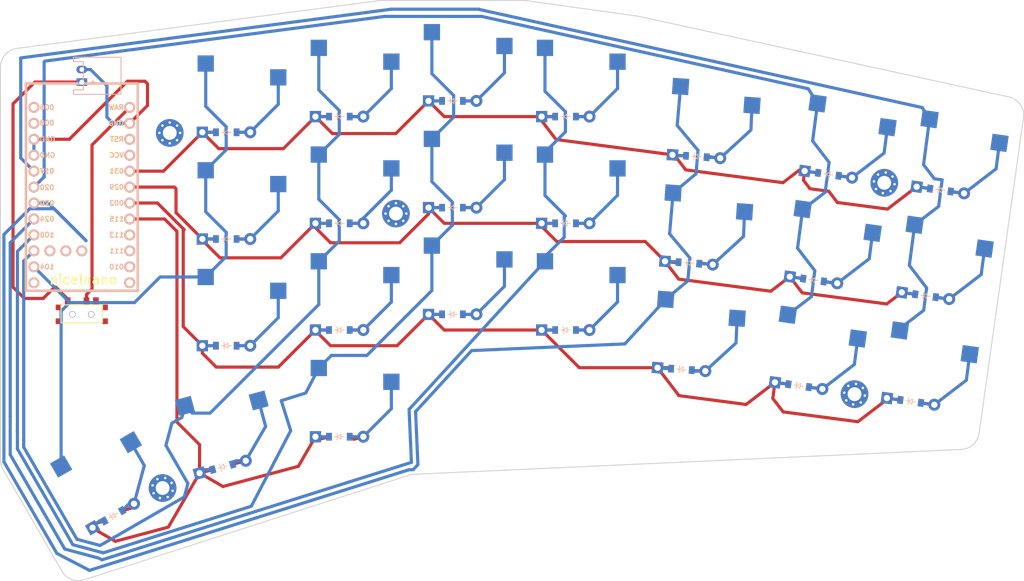
<source format=kicad_pcb>
(kicad_pcb (version 20241229) (generator "pcbnew") (generator_version "9.0")
  (title_block (title "right_pcb") (rev "v1.0.0") (company "Unknown"))
  (layers (0 "F.Cu" signal) (2 "B.Cu" signal) (13 "F.Paste" user) (15 "B.Paste" user) (5 "F.SilkS" user "F.Silkscreen") (7 "B.SilkS" user "B.Silkscreen") (1 "F.Mask" user) (3 "B.Mask" user) (25 "Edge.Cuts" user))
  (net 0 "")
  (net 1 "P017")
  (net 2 "mirror_clone_outer_bottom")
  (net 3 "mirror_clone_outer_home")
  (net 4 "mirror_clone_outer_top")
  (net 5 "P020")
  (net 6 "mirror_outer_bottom")
  (net 7 "mirror_outer_home")
  (net 8 "mirror_outer_top")
  (net 9 "P022")
  (net 10 "mirror_pinky_bottom")
  (net 11 "mirror_pinky_home")
  (net 12 "mirror_pinky_top")
  (net 13 "P024")
  (net 14 "mirror_ring_bottom")
  (net 15 "mirror_ring_home")
  (net 16 "mirror_ring_top")
  (net 17 "P100")
  (net 18 "mirror_middle_bottom")
  (net 19 "mirror_middle_home")
  (net 20 "mirror_middle_top")
  (net 21 "mirror_index_mod")
  (net 22 "P011")
  (net 23 "mirror_index_bottom")
  (net 24 "mirror_index_home")
  (net 25 "mirror_index_top")
  (net 26 "P104")
  (net 27 "mirror_inner_bottom")
  (net 28 "mirror_inner_home")
  (net 29 "mirror_inner_top")
  (net 30 "mirror_layer_cluster")
  (net 31 "mirror_space_cluster")
  (net 32 "P002")
  (net 33 "P029")
  (net 34 "P031")
  (net 35 "P115")
  (net 36 "RAW")
  (net 37 "GND")
  (net 38 "RST")
  (net 39 "VCC")
  (net 40 "P113")
  (net 41 "P111")
  (net 42 "P010")
  (net 43 "P009")
  (net 44 "P006")
  (net 45 "P008")
  (net 46 "P106")
  (net 47 "P101")
  (net 48 "P102")
  (net 49 "P107")
  (net 50 "pos")
  (footprint "E73:SPDT_C128955" (layer "F.Cu") (at 247.343768 124.529025 180)
    (property "Reference" "T1" (hide yes))
    (property "Value" "" (hide yes))
  )
  (footprint "PG1350" (layer "F.Cu") (at 249.859027 152.285854 30)
    (property "Reference" "S24" (hide yes))
    (property "Value" "" (hide yes))
  )
  (footprint "ComboDiode" (layer "F.Cu") (at 366.177923 102.22526 -8)
    (property "Reference" "D6" (hide yes))
    (property "Value" "" (hide yes))
  )
  (footprint "ComboDiode" (layer "F.Cu") (at 306.343767 107.529032)
    (property "Reference" "D14" (hide yes))
    (property "Value" "" (hide yes))
  )
  (footprint "ComboDiode" (layer "F.Cu") (at 270.343768 112.529031)
    (property "Reference" "D21" (hide yes))
    (property "Value" "" (hide yes))
  )
  (footprint "ComboDiode" (layer "F.Cu") (at 270.343762 95.52903)
    (property "Reference" "D22" (hide yes))
    (property "Value" "" (hide yes))
  )
  (footprint "PG1350" (layer "F.Cu") (at 366.873796 97.273922 -8)
    (property "Reference" "S6" (hide yes))
    (property "Value" "" (hide yes))
  )
  (footprint "PG1350" (layer "F.Cu") (at 306.34377 119.529028)
    (property "Reference" "S13" (hide yes))
    (property "Value" "" (hide yes))
  )
  (footprint "ComboDiode" (layer "F.Cu") (at 324.343767 110.029035)
    (property "Reference" "D11" (hide yes))
    (property "Value" "" (hide yes))
  )
  (footprint "PG1350" (layer "F.Cu") (at 306.343776 85.529037)
    (property "Reference" "S15" (hide yes))
    (property "Value" "" (hide yes))
  )
  (footprint "ComboDiode" (layer "F.Cu") (at 270.343768 129.52904)
    (property "Reference" "D20" (hide yes))
    (property "Value" "" (hide yes))
  )
  (footprint "nice_nano" (layer "F.Cu") (at 247.343764 105.529032 -90)
    (property "Reference" "MCU1" (hide yes))
    (property "Value" "nice_nano" (hide yes))
  )
  (footprint "PG1350" (layer "F.Cu") (at 362.14191 130.943018 -8)
    (property "Reference" "S4" (hide yes))
    (property "Value" "" (hide yes))
  )
  (footprint "ComboDiode" (layer "F.Cu") (at 342.788221 133.301705 -4)
    (property "Reference" "D7" (hide yes))
    (property "Value" "" (hide yes))
  )
  (footprint "PG1350" (layer "F.Cu") (at 288.343766 105.029039)
    (property "Reference" "S18" (hide yes))
    (property "Value" "" (hide yes))
  )
  (footprint "PG1350" (layer "F.Cu") (at 288.343762 88.029029)
    (property "Reference" "S19" (hide yes))
    (property "Value" "" (hide yes))
  )
  (footprint "ComboDiode" (layer "F.Cu") (at 288.34377 93.029037)
    (property "Reference" "D19" (hide yes))
    (property "Value" "" (hide yes))
  )
  (footprint "MountingHole_2.2mm_M2_Pad_Via" (layer "F.Cu") (at 260.20326 152.202579 30)
    (property "Reference" "_5" (hide yes))
    (property "Value" "")
  )
  (footprint "PG1350" (layer "F.Cu") (at 379.966729 133.448146 -8)
    (property "Reference" "S1" (hide yes))
    (property "Value" "" (hide yes))
  )
  (footprint "ComboDiode" (layer "F.Cu") (at 343.974074 116.343116 -4)
    (property "Reference" "D8" (hide yes))
    (property "Value" "" (hide yes))
  )
  (footprint "ComboDiode" (layer "F.Cu") (at 379.27086 138.399494 -8)
    (property "Reference" "D1" (hide yes))
    (property "Value" "" (hide yes))
  )
  (footprint "PG1350" (layer "F.Cu") (at 288.343764 139.029039)
    (property "Reference" "S16" (hide yes))
    (property "Value" "" (hide yes))
  )
  (footprint "ComboDiode" (layer "F.Cu") (at 306.343773 124.52903)
    (property "Reference" "D13" (hide yes))
    (property "Value" "" (hide yes))
  )
  (footprint "PG1350" (layer "F.Cu") (at 364.507841 114.108472 -8)
    (property "Reference" "S5" (hide yes))
    (property "Value" "" (hide yes))
  )
  (footprint "ComboDiode" (layer "F.Cu") (at 384.00275 104.730369 -8)
    (property "Reference" "D3" (hide yes))
    (property "Value" "" (hide yes))
  )
  (footprint "ComboDiode" (layer "F.Cu") (at 252.359024 156.615973 30)
    (property "Reference" "D24" (hide yes))
    (property "Value" "" (hide yes))
  )
  (footprint "PG1350" (layer "F.Cu") (at 384.698606 99.779031 -8)
    (property "Reference" "S3" (hide yes))
    (property "Value" "" (hide yes))
  )
  (footprint "PG1350" (layer "F.Cu") (at 288.343767 122.02904)
    (property "Reference" "S17" (hide yes))
    (property "Value" "" (hide yes))
  )
  (footprint "ComboDiode" (layer "F.Cu") (at 288.343774 110.029033)
    (property "Reference" "D18" (hide yes))
    (property "Value" "" (hide yes))
  )
  (footprint "PG1350" (layer "F.Cu") (at 343.136999 128.313886 -4)
    (property "Reference" "S7" (hide yes))
    (property "Value" "" (hide yes))
  )
  (footprint "ComboDiode" (layer "F.Cu") (at 363.81199 119.059808 -8)
    (property "Reference" "D5" (hide yes))
    (property "Value" "" (hide yes))
  )
  (footprint "ComboDiode" (layer "F.Cu") (at 306.343768 90.529035)
    (property "Reference" "D15" (hide yes))
    (property "Value" "" (hide yes))
  )
  (footprint "PG1350" (layer "F.Cu") (at 344.322859 111.355294 -4)
    (property "Reference" "S8" (hide yes))
    (property "Value" "" (hide yes))
  )
  (footprint "PG1350" (layer "F.Cu") (at 324.343764 88.029044)
    (property "Reference" "S12" (hide yes))
    (property "Value" "" (hide yes))
  )
  (footprint "PG1350" (layer "F.Cu") (at 382.332673 116.613586 -8)
    (property "Reference" "S2" (hide yes))
    (property "Value" "" (hide yes))
  )
  (footprint "PG1350" (layer "F.Cu") (at 270.343766 124.52903)
    (property "Reference" "S20" (hide yes))
    (property "Value" "" (hide yes))
  )
  (footprint "MountingHole_2.2mm_M2_Pad_Via" (layer "F.Cu") (at 261.343763 95.629024)
    (property "Reference" "_2" (hide yes))
    (property "Value" "")
  )
  (footprint "PG1350" (layer "F.Cu") (at 270.343772 90.529036)
    (property "Reference" "S22" (hide yes))
    (property "Value" "" (hide yes))
  )
  (footprint "PG1350" (layer "F.Cu") (at 268.473178 144.012 15)
    (property "Reference" "S23" (hide yes))
    (property "Value" "" (hide yes))
  )
  (footprint "ComboDiode" (layer "F.Cu") (at 345.159939 99.384526 -4)
    (property "Reference" "D9" (hide yes))
    (property "Value" "" (hide yes))
  )
  (footprint "JST_PH_S2B-PH-K_02x2.00mm_Angled" (layer "F.Cu") (at 247.343765 86.529035 90)
    (property "Reference" "JST1" (hide yes))
    (property "Value" "" (hide yes))
  )
  (footprint "ComboDiode" (layer "F.Cu") (at 288.343766 127.029034)
    (property "Reference" "D17" (hide yes))
    (property "Value" "" (hide yes))
  )
  (footprint "ComboDiode" (layer "F.Cu") (at 381.636801 121.564933 -8)
    (property "Reference" "D2" (hide yes))
    (property "Value" "" (hide yes))
  )
  (footprint "MountingHole_2.2mm_M2_Pad_Via" (layer "F.Cu") (at 370.344534 137.24596 -8)
    (property "Reference" "_4" (hide yes))
    (property "Value" "")
  )
  (footprint "ComboDiode" (layer "F.Cu") (at 361.446044 135.894371 -8)
    (property "Reference" "D4" (hide yes))
    (property "Value" "" (hide yes))
  )
  (footprint "ComboDiode" (layer "F.Cu") (at 324.343765 93.029039)
    (property "Reference" "D12" (hide yes))
    (property "Value" "" (hide yes))
  )
  (footprint "MountingHole_2.2mm_M2_Pad_Via" (layer "F.Cu") (at 375.07642 103.576832 -8)
    (property "Reference" "_1" (hide yes))
    (property "Value" "")
  )
  (footprint "PG1350" (layer "F.Cu") (at 270.343768 107.52903)
    (property "Reference" "S21" (hide yes))
    (property "Value" "" (hide yes))
  )
  (footprint "ComboDiode" (layer "F.Cu") (at 324.343772 127.029044)
    (property "Reference" "D10" (hide yes))
    (property "Value" "" (hide yes))
  )
  (footprint "PG1350" (layer "F.Cu") (at 345.508717 94.396706 -4)
    (property "Reference" "S9" (hide yes))
    (property "Value" "" (hide yes))
  )
  (footprint "PG1350" (layer "F.Cu") (at 324.343764 105.029037)
    (property "Reference" "S11" (hide yes))
    (property "Value" "" (hide yes))
  )
  (footprint "PG1350" (layer "F.Cu") (at 324.343761 122.029033)
    (property "Reference" "S10" (hide yes))
    (property "Value" "" (hide yes))
  )
  (footprint "MountingHole_2.2mm_M2_Pad_Via" (layer "F.Cu") (at 297.343764 108.479043)
    (property "Reference" "_3" (hide yes))
    (property "Value" "")
  )
  (footprint "PG1350" (layer "F.Cu") (at 306.343764 102.529039)
    (property "Reference" "S14" (hide yes))
    (property "Value" "" (hide yes))
  )
  (footprint "ComboDiode" (layer "F.Cu") (at 269.767269 148.84162 15)
    (property "Reference" "D23" (hide yes))
    (property "Value" "" (hide yes))
  )
  (footprint "ComboDiode" (layer "F.Cu") (at 288.343763 144.02903)
    (property "Reference" "D16" (hide yes))
    (property "Value" "" (hide yes))
  )
  (gr_line (start 318.049135 74.557561) (end 335.730064 77.013241) (stroke (width 0.15)) (layer "Edge.Cuts"))
  (gr_line (start 244.188295 165.463857) (end 234.801654 149.20573) (stroke (width 0.15)) (layer "Edge.Cuts"))
  (gr_arc (start 394.897999 89.894102) (mid 396.721225 91.110842) (end 397.230235 93.242867) (stroke (width 0.15)) (layer "Edge.Cuts"))
  (gr_line (start 237.007034 82.165327) (end 294.648277 74.554851) (stroke (width 0.15)) (layer "Edge.Cuts"))
  (gr_arc (start 294.648277 74.55485) (mid 294.844196 74.535498) (end 295.040963 74.529039) (stroke (width 0.15)) (layer "Edge.Cuts"))
  (gr_arc (start 299.461497 150.152132) (mid 299.848522 150.055363) (end 300.244965 150.010814) (stroke (width 0.15)) (layer "Edge.Cuts"))
  (gr_line (start 295.040963 74.529039) (end 317.636428 74.529031) (stroke (width 0.15)) (layer "Edge.Cuts"))
  (gr_line (start 387.335878 146.05461) (end 300.244965 150.010814) (stroke (width 0.15)) (layer "Edge.Cuts"))
  (gr_arc (start 234.801654 149.20573) (mid 234.501955 148.48219) (end 234.399736 147.705736) (stroke (width 0.15)) (layer "Edge.Cuts"))
  (gr_line (start 335.955942 77.053474) (end 394.898006 89.894099) (stroke (width 0.15)) (layer "Edge.Cuts"))
  (gr_line (start 397.230235 93.242867) (end 390.170535 143.475228) (stroke (width 0.15)) (layer "Edge.Cuts"))
  (gr_line (start 299.461497 150.152134) (end 247.705979 166.819433) (stroke (width 0.15)) (layer "Edge.Cuts"))
  (gr_arc (start 335.730064 77.013239) (mid 335.843388 77.031194) (end 335.955942 77.053474) (stroke (width 0.15)) (layer "Edge.Cuts"))
  (gr_arc (start 234.399735 85.139514) (mid 235.143842 83.161902) (end 237.007034 82.165327) (stroke (width 0.15)) (layer "Edge.Cuts"))
  (gr_arc (start 317.636428 74.529031) (mid 317.843274 74.53617) (end 318.049135 74.557561) (stroke (width 0.15)) (layer "Edge.Cuts"))
  (gr_arc (start 247.705979 166.819433) (mid 245.707615 166.763196) (end 244.188295 165.463857) (stroke (width 0.15)) (layer "Edge.Cuts"))
  (gr_arc (start 390.170535 143.475228) (mid 389.218787 145.276576) (end 387.335878 146.05461) (stroke (width 0.15)) (layer "Edge.Cuts"))
  (gr_line (start 234.399736 147.705736) (end 234.399735 85.139514) (stroke (width 0.15)) (layer "Edge.Cuts"))
  (segment (start 383.050558 102.934455) (end 384.288406 103.09742) (width 0.5) (layer "B.Cu") (net 1))
  (segment (start 377.594851 126.772364) (end 377.551678 127.100257) (width 0.5) (layer "B.Cu") (net 1))
  (segment (start 237.624522 83.684306) (end 237.624522 99.61979) (width 0.5) (layer "B.Cu") (net 1))
  (segment (start 310.577848 75.920771) (end 296.594451 75.920768) (width 0.5) (layer "B.Cu") (net 1))
  (segment (start 379.917634 110.265695) (end 379.065972 116.734683) (width 0.5) (layer "B.Cu") (net 1))
  (segment (start 382.28356 93.431142) (end 381.109933 91.588916) (width 0.5) (layer "B.Cu") (net 1))
  (segment (start 310.618396 75.961318) (end 310.577848 75.920771) (width 0.5) (layer "B.Cu") (net 1))
  (segment (start 381.327984 100.689543) (end 383.050558 102.934455) (width 0.5) (layer "B.Cu") (net 1))
  (segment (start 382.283567 93.431142) (end 381.327984 100.689543) (width 0.5) (layer "B.Cu") (net 1))
  (segment (start 237.624522 99.61979) (end 239.723765 101.719033) (width 0.5) (layer "B.Cu") (net 1))
  (segment (start 381.349063 123.891659) (end 377.594851 126.772364) (width 0.5) (layer "B.Cu") (net 1))
  (segment (start 379.065972 116.734683) (end 381.818958 120.322452) (width 0.5) (layer "B.Cu") (net 1))
  (segment (start 384.288406 103.09742) (end 383.729787 107.340519) (width 0.5) (layer "B.Cu") (net 1))
  (segment (start 383.729787 107.340519) (end 379.917634 110.265695) (width 0.5) (layer "B.Cu") (net 1))
  (segment (start 381.109933 91.588916) (end 310.618396 75.961318) (width 0.5) (layer "B.Cu") (net 1))
  (segment (start 381.818958 120.322452) (end 381.349063 123.891659) (width 0.5) (layer "B.Cu") (net 1))
  (segment (start 296.594451 75.920768) (end 237.624522 83.684306) (width 0.5) (layer "B.Cu") (net 1))
  (segment (start 383.043779 138.929741) (end 380.92103 138.650275) (width 0.5) (layer "F.Cu") (net 2))
  (segment (start 380.92103 138.650275) (end 380.904801 138.629125) (width 0.5) (layer "F.Cu") (net 2))
  (segment (start 388.683093 130.886292) (end 388.138872 135.02014) (width 0.5) (layer "B.Cu") (net 2))
  (segment (start 383.043785 138.929743) (end 380.921037 138.650268) (width 0.5) (layer "B.Cu") (net 2))
  (segment (start 380.921037 138.650268) (end 380.904811 138.629118) (width 0.5) (layer "B.Cu") (net 2))
  (segment (start 388.138872 135.02014) (end 383.043785 138.929743) (width 0.5) (layer "B.Cu") (net 2))
  (segment (start 383.286975 121.815719) (end 383.270746 121.794564) (width 0.5) (layer "F.Cu") (net 3))
  (segment (start 385.409723 122.095183) (end 383.286975 121.815719) (width 0.5) (layer "F.Cu") (net 3))
  (segment (start 390.504808 118.185583) (end 385.409724 122.095175) (width 0.5) (layer "B.Cu") (net 3))
  (segment (start 385.409724 122.095175) (end 383.286984 121.815715) (width 0.5) (layer "B.Cu") (net 3))
  (segment (start 391.049038 114.051734) (end 390.504808 118.185583) (width 0.5) (layer "B.Cu") (net 3))
  (segment (start 383.286984 121.815715) (end 383.270748 121.794563) (width 0.5) (layer "B.Cu") (net 3))
  (segment (start 387.77567 105.26062) (end 385.652921 104.981154) (width 0.5) (layer "F.Cu") (net 4))
  (segment (start 385.652921 104.981154) (end 385.636691 104.960004) (width 0.5) (layer "F.Cu") (net 4))
  (segment (start 392.870751 101.351038) (end 387.775676 105.26062) (width 0.5) (layer "B.Cu") (net 4))
  (segment (start 385.636696 104.960013) (end 387.759438 105.239478) (width 0.5) (layer "B.Cu") (net 4))
  (segment (start 393.414981 97.217192) (end 393.422785 97.157905) (width 0.5) (layer "B.Cu") (net 4))
  (segment (start 393.422785 97.157905) (end 394.229506 96.538889) (width 0.5) (layer "B.Cu") (net 4))
  (segment (start 393.414981 97.217192) (end 392.870751 101.351038) (width 0.5) (layer "B.Cu") (net 4))
  (segment (start 387.759438 105.239478) (end 387.775676 105.26062) (width 0.5) (layer "B.Cu") (net 4))
  (segment (start 361.272762 113.989406) (end 364.025167 117.576406) (width 0.5) (layer "B.Cu") (net 5))
  (segment (start 363.480302 121.715023) (end 359.726859 124.595149) (width 0.5) (layer "B.Cu") (net 5))
  (segment (start 241.351067 84.322014) (end 241.487741 84.185343) (width 0.5) (layer "B.Cu") (net 5))
  (segment (start 241.487741 84.185343) (end 295.547522 77.068238) (width 0.5) (layer "B.Cu") (net 5))
  (segment (start 239.723764 104.259031) (end 241.351066 102.631733) (width 0.5) (layer "B.Cu") (net 5))
  (segment (start 295.547522 77.068238) (end 296.740915 77.068236) (width 0.5) (layer "B.Cu") (net 5))
  (segment (start 362.092806 107.760591) (end 361.272762 113.989406) (width 0.5) (layer "B.Cu") (net 5))
  (segment (start 310.986546 77.068237) (end 296.740915 77.068236) (width 0.5) (layer "B.Cu") (net 5))
  (segment (start 363.671639 96.904705) (end 364.458746 90.926029) (width 0.5) (layer "B.Cu") (net 5))
  (segment (start 364.458746 90.926036) (end 362.972613 88.593271) (width 0.5) (layer "B.Cu") (net 5))
  (segment (start 364.025167 117.576406) (end 363.480302 121.715023) (width 0.5) (layer "B.Cu") (net 5))
  (segment (start 362.972613 88.593271) (end 310.986546 77.068237) (width 0.5) (layer "B.Cu") (net 5))
  (segment (start 366.296325 100.325262) (end 363.671639 96.904705) (width 0.5) (layer "B.Cu") (net 5))
  (segment (start 362.092806 107.760591) (end 362.168813 107.770592) (width 0.5) (layer "B.Cu") (net 5))
  (segment (start 365.669791 105.084198) (end 366.296325 100.325262) (width 0.5) (layer "B.Cu") (net 5))
  (segment (start 241.351066 102.631733) (end 241.351067 84.322014) (width 0.5) (layer "B.Cu") (net 5))
  (segment (start 362.168813 107.770592) (end 365.669791 105.084198) (width 0.5) (layer "B.Cu") (net 5))
  (segment (start 363.096214 136.145156) (end 363.079983 136.124001) (width 0.5) (layer "F.Cu") (net 6))
  (segment (start 365.218962 136.424621) (end 363.096214 136.145156) (width 0.5) (layer "F.Cu") (net 6))
  (segment (start 370.314046 132.515024) (end 370.858275 128.381183) (width 0.5) (layer "B.Cu") (net 6))
  (segment (start 363.079983 136.124011) (end 365.202734 136.403472) (width 0.5) (layer "B.Cu") (net 6))
  (segment (start 365.218955 136.424624) (end 370.314046 132.515024) (width 0.5) (layer "B.Cu") (net 6))
  (segment (start 365.202734 136.403472) (end 365.218955 136.424624) (width 0.5) (layer "B.Cu") (net 6))
  (segment (start 365.462158 119.310591) (end 365.445929 119.289438) (width 0.5) (layer "F.Cu") (net 7))
  (segment (start 367.584909 119.590055) (end 365.462158 119.310591) (width 0.5) (layer "F.Cu") (net 7))
  (segment (start 365.46215 119.310595) (end 365.445924 119.289455) (width 0.5) (layer "B.Cu") (net 7))
  (segment (start 367.584902 119.59007) (end 365.46215 119.310595) (width 0.5) (layer "B.Cu") (net 7))
  (segment (start 367.584902 119.59007) (end 372.679989 115.680473) (width 0.5) (layer "B.Cu") (net 7))
  (segment (start 372.679989 115.680473) (end 373.224215 111.546631) (width 0.5) (layer "B.Cu") (net 7))
  (segment (start 369.950844 102.755507) (end 367.828098 102.476044) (width 0.5) (layer "F.Cu") (net 8))
  (segment (start 367.828098 102.476044) (end 367.811866 102.454891) (width 0.5) (layer "F.Cu") (net 8))
  (segment (start 367.811863 102.454888) (end 369.934616 102.734355) (width 0.5) (layer "B.Cu") (net 8))
  (segment (start 369.950846 102.755506) (end 375.045928 98.845919) (width 0.5) (layer "B.Cu") (net 8))
  (segment (start 369.934616 102.734355) (end 369.950846 102.755506) (width 0.5) (layer "B.Cu") (net 8))
  (segment (start 375.045928 98.845919) (end 375.590155 94.712066) (width 0.5) (layer "B.Cu") (net 8))
  (segment (start 242.937815 107.711742) (end 239.049718 107.711731) (width 0.5) (layer "B.Cu") (net 9))
  (segment (start 344.131164 115.55067) (end 343.812788 119.189781) (width 0.5) (layer "B.Cu") (net 9))
  (segment (start 299.347748 149.306435) (end 300.102372 149.273491) (width 0.5) (layer "B.Cu") (net 9))
  (segment (start 248.017822 112.791737) (end 242.937815 107.711742) (width 0.5) (layer "B.Cu") (net 9))
  (segment (start 242.025111 106.799038) (end 248.017822 112.791737) (width 0.5) (layer "B.Cu") (net 9))
  (segment (start 300.473103 140.036919) (end 309.390629 130.305146) (width 0.5) (layer "B.Cu") (net 9))
  (segment (start 235.040158 148.174704) (end 243.380633 162.620835) (width 0.5) (layer "B.Cu") (net 9))
  (segment (start 234.949761 111.811684) (end 234.949759 148.084305) (width 0.5) (layer "B.Cu") (net 9))
  (segment (start 342.113273 94.44477) (end 345.431004 98.398699) (width 0.5) (layer "B.Cu") (net 9))
  (segment (start 333.788244 129.239922) (end 340.285029 122.149928) (width 0.5) (layer "B.Cu") (net 9))
  (segment (start 309.390629 130.305146) (end 333.788244 129.239922) (width 0.5) (layer "B.Cu") (net 9))
  (segment (start 340.901327 111.701502) (end 344.131164 115.55067) (width 0.5) (layer "B.Cu") (net 9))
  (segment (start 342.656752 88.232744) (end 342.113273 94.44477) (width 0.5) (layer "B.Cu") (net 9))
  (segment (start 300.841175 148.467229) (end 300.473103 140.036919) (width 0.5) (layer "B.Cu") (net 9))
  (segment (start 248.563242 165.318728) (end 299.347748 149.306435) (width 0.5) (layer "B.Cu") (net 9))
  (segment (start 345.431004 98.398699) (end 345.099817 102.184234) (width 0.5) (layer "B.Cu") (net 9))
  (segment (start 239.723769 106.799026) (end 242.025111 106.799038) (width 0.5) (layer "B.Cu") (net 9))
  (segment (start 345.099817 102.184234) (end 345.058877 102.180652) (width 0.5) (layer "B.Cu") (net 9))
  (segment (start 234.949759 148.084305) (end 235.040158 148.174704) (width 0.5) (layer "B.Cu") (net 9))
  (segment (start 300.102372 149.273491) (end 300.841175 148.467229) (width 0.5) (layer "B.Cu") (net 9))
  (segment (start 345.058877 102.180652) (end 341.470886 105.191331) (width 0.5) (layer "B.Cu") (net 9))
  (segment (start 341.470886 105.191331) (end 340.901327 111.701502) (width 0.5) (layer "B.Cu") (net 9))
  (segment (start 243.380633 162.620835) (end 248.563242 165.318728) (width 0.5) (layer "B.Cu") (net 9))
  (segment (start 239.049718 107.711731) (end 234.949761 111.811684) (width 0.5) (layer "B.Cu") (net 9))
  (segment (start 343.812788 119.189781) (end 340.285019 122.149929) (width 0.5) (layer "B.Cu") (net 9))
  (segment (start 346.588942 133.56748) (end 344.584881 133.56748) (width 0.5) (layer "F.Cu") (net 10))
  (segment (start 344.584881 133.56748) (end 344.434204 133.4168) (width 0.5) (layer "F.Cu") (net 10))
  (segment (start 344.488217 133.475758) (end 344.434197 133.416795) (width 0.5) (layer "B.Cu") (net 10))
  (segment (start 351.481665 129.084102) (end 346.588937 133.567474) (width 0.5) (layer "B.Cu") (net 10))
  (segment (start 346.588937 133.567474) (end 344.488217 133.475758) (width 0.5) (layer "B.Cu") (net 10))
  (segment (start 351.653425 125.150256) (end 351.481665 129.084102) (width 0.5) (layer "B.Cu") (net 10))
  (segment (start 345.767998 116.344689) (end 345.620055 116.458213) (width 0.5) (layer "F.Cu") (net 11))
  (segment (start 347.774792 116.608889) (end 345.767998 116.344689) (width 0.5) (layer "F.Cu") (net 11))
  (segment (start 345.620052 116.458215) (end 347.72077 116.549934) (width 0.5) (layer "B.Cu") (net 11))
  (segment (start 347.72077 116.549934) (end 347.774795 116.60889) (width 0.5) (layer "B.Cu") (net 11))
  (segment (start 347.774795 116.60889) (end 352.667533 112.125525) (width 0.5) (layer "B.Cu") (net 11))
  (segment (start 352.667533 112.125525) (end 352.839284 108.191665) (width 0.5) (layer "B.Cu") (net 11))
  (segment (start 346.953862 99.386101) (end 346.805919 99.499621) (width 0.5) (layer "F.Cu") (net 12))
  (segment (start 348.960657 99.650299) (end 346.953862 99.386101) (width 0.5) (layer "F.Cu") (net 12))
  (segment (start 354.02515 91.23307) (end 353.853395 95.16693) (width 0.5) (layer "B.Cu") (net 12))
  (segment (start 346.805915 99.499628) (end 348.906636 99.591342) (width 0.5) (layer "B.Cu") (net 12))
  (segment (start 353.853395 95.16693) (end 348.960654 99.6503) (width 0.5) (layer "B.Cu") (net 12))
  (segment (start 348.906636 99.591342) (end 348.960654 99.6503) (width 0.5) (layer "B.Cu") (net 12))
  (segment (start 321.068762 98.715726) (end 321.068771 99.079036) (width 0.5) (layer "B.Cu") (net 13))
  (segment (start 235.950765 146.885312) (end 244.630746 161.919488) (width 0.5) (layer "B.Cu") (net 13))
  (segment (start 235.950754 113.112038) (end 235.950765 140.75528) (width 0.5) (layer "B.Cu") (net 13))
  (segment (start 324.328657 92.25584) (end 324.328664 95.455831) (width 0.5) (layer "B.Cu") (net 13))
  (segment (start 321.068768 105.59594) (end 324.328662 108.855833) (width 0.5) (layer "B.Cu") (net 13))
  (segment (start 321.068771 99.079036) (end 321.068768 105.59594) (width 0.5) (layer "B.Cu") (net 13))
  (segment (start 250.041544 163.369306) (end 250.561715 163.640084) (width 0.5) (layer "B.Cu") (net 13))
  (segment (start 239.723761 109.33904) (end 235.950754 113.112038) (width 0.5) (layer "B.Cu") (net 13))
  (segment (start 321.068768 115.315729) (end 321.068764 116.079037) (width 0.5) (layer "B.Cu") (net 13))
  (segment (start 324.128659 112.255839) (end 321.068768 115.315729) (width 0.5) (layer "B.Cu") (net 13))
  (segment (start 252.124818 163.146196) (end 299.809714 148.111205) (width 0.5) (layer "B.Cu") (net 13))
  (segment (start 235.950765 140.75528) (end 235.950765 146.885312) (width 0.5) (layer "B.Cu") (net 13))
  (segment (start 299.809714 148.111205) (end 299.441636 139.680896) (width 0.5) (layer "B.Cu") (net 13))
  (segment (start 252.124166 163.147445) (end 252.124818 163.146196) (width 0.5) (layer "B.Cu") (net 13))
  (segment (start 244.630746 161.919488) (end 250.041544 163.369306) (width 0.5) (layer "B.Cu") (net 13))
  (segment (start 299.441636 139.680896) (end 321.06876 116.079034) (width 0.5) (layer "B.Cu") (net 13))
  (segment (start 321.068763 82.079036) (end 321.068759 88.995939) (width 0.5) (layer "B.Cu") (net 13))
  (segment (start 324.328664 95.455831) (end 321.068762 98.715726) (width 0.5) (layer "B.Cu") (net 13))
  (segment (start 321.068759 88.995939) (end 324.328657 92.25584) (width 0.5) (layer "B.Cu") (net 13))
  (segment (start 250.561715 163.640084) (end 252.124166 163.147445) (width 0.5) (layer "B.Cu") (net 13))
  (segment (start 324.128663 109.05583) (end 324.128659 112.255839) (width 0.5) (layer "B.Cu") (net 13))
  (segment (start 324.328662 108.855833) (end 324.128663 109.05583) (width 0.5) (layer "B.Cu") (net 13))
  (segment (start 328.153772 127.029041) (end 325.993771 127.029042) (width 0.5) (layer "F.Cu") (net 14))
  (segment (start 332.618766 122.56403) (end 332.618761 118.279033) (width 0.5) (layer "B.Cu") (net 14))
  (segment (start 325.993762 127.029039) (end 328.153763 127.029032) (width 0.5) (layer "B.Cu") (net 14))
  (segment (start 328.153763 127.029032) (end 332.618766 122.56403) (width 0.5) (layer "B.Cu") (net 14))
  (segment (start 325.993768 110.029033) (end 328.153767 110.029035) (width 0.5) (layer "F.Cu") (net 15))
  (segment (start 325.993767 110.029031) (end 328.153768 110.029035) (width 0.5) (layer "B.Cu") (net 15))
  (segment (start 328.153768 110.029035) (end 332.618767 105.564036) (width 0.5) (layer "B.Cu") (net 15))
  (segment (start 332.618767 105.564036) (end 332.618769 101.279042) (width 0.5) (layer "B.Cu") (net 15))
  (segment (start 325.993768 93.029036) (end 328.153764 93.029035) (width 0.5) (layer "F.Cu") (net 16))
  (segment (start 332.618764 84.279044) (end 332.618765 88.564038) (width 0.5) (layer "B.Cu") (net 16))
  (segment (start 332.618765 88.564038) (end 328.153769 93.029034) (width 0.5) (layer "B.Cu") (net 16))
  (segment (start 328.153769 93.029034) (end 325.993773 93.029039) (width 0.5) (layer "B.Cu") (net 16))
  (segment (start 303.068774 79.579033) (end 303.068766 86.195937) (width 0.5) (layer "B.Cu") (net 17))
  (segment (start 303.068769 120.731834) (end 292.722571 131.078032) (width 0.5) (layer "B.Cu") (net 17))
  (segment (start 303.068761 96.579033) (end 303.068768 103.395949) (width 0.5) (layer "B.Cu") (net 17))
  (segment (start 237.095463 143.155284) (end 237.095464 145.953435) (width 0.5) (layer "B.Cu") (net 17))
  (segment (start 237.095464 145.953435) (end 237.095474 145.953445) (width 0.5) (layer "B.Cu") (net 17))
  (segment (start 303.068766 86.195937) (end 306.52866 89.655833) (width 0.5) (layer "B.Cu") (net 17))
  (segment (start 245.913614 161.226924) (end 250.701122 162.509725) (width 0.5) (layer "B.Cu") (net 17))
  (segment (start 280.599784 143.05366) (end 279.096259 138.285076) (width 0.5) (layer "B.Cu") (net 17))
  (segment (start 306.528663 93.119143) (end 303.068761 96.579033) (width 0.5) (layer "B.Cu") (net 17))
  (segment (start 274.330883 155.096121) (end 280.599784 143.05366) (width 0.5) (layer "B.Cu") (net 17))
  (segment (start 306.328664 106.655827) (end 306.32866 110.319149) (width 0.5) (layer "B.Cu") (net 17))
  (segment (start 292.722571 131.078032) (end 287.069768 131.07803) (width 0.5) (layer "B.Cu") (net 17))
  (segment (start 279.096259 138.285076) (end 282.999299 137.054454) (width 0.5) (layer "B.Cu") (net 17))
  (segment (start 239.723763 111.879031) (end 237.09547 114.507333) (width 0.5) (layer "B.Cu") (net 17))
  (segment (start 303.06877 113.579038) (end 303.068769 120.731834) (width 0.5) (layer "B.Cu") (net 17))
  (segment (start 237.09547 114.507333) (end 237.095463 143.155284) (width 0.5) (layer "B.Cu") (net 17))
  (segment (start 287.069768 131.07803) (end 285.068764 133.079034) (width 0.5) (layer "B.Cu") (net 17))
  (segment (start 303.068768 103.395949) (end 306.328664 106.655827) (width 0.5) (layer "B.Cu") (net 17))
  (segment (start 237.095474 145.953445) (end 245.913614 161.226924) (width 0.5) (layer "B.Cu") (net 17))
  (segment (start 306.52866 89.655833) (end 306.528663 93.119143) (width 0.5) (layer "B.Cu") (net 17))
  (segment (start 306.32866 110.319149) (end 303.06877 113.579038) (width 0.5) (layer "B.Cu") (net 17))
  (segment (start 250.701122 162.509725) (end 250.745182 162.532665) (width 0.5) (layer "B.Cu") (net 17))
  (segment (start 250.745182 162.532665) (end 274.330883 155.096121) (width 0.5) (layer "B.Cu") (net 17))
  (segment (start 282.999299 137.054454) (end 285.068765 133.07904) (width 0.5) (layer "B.Cu") (net 17))
  (segment (start 310.153775 124.529029) (end 307.993773 124.529032) (width 0.5) (layer "F.Cu") (net 18))
  (segment (start 314.618769 120.064033) (end 310.153768 124.529041) (width 0.5) (layer "B.Cu") (net 18))
  (segment (start 307.993763 124.52903) (end 310.153768 124.529041) (width 0.5) (layer "B.Cu") (net 18))
  (segment (start 314.618773 115.779031) (end 314.618769 120.064033) (width 0.5) (layer "B.Cu") (net 18))
  (segment (start 310.153769 107.529032) (end 307.993766 107.529034) (width 0.5) (layer "F.Cu") (net 19))
  (segment (start 314.618767 103.064039) (end 310.15377 107.529035) (width 0.5) (layer "B.Cu") (net 19))
  (segment (start 310.15377 107.529035) (end 307.993763 107.529036) (width 0.5) (layer "B.Cu") (net 19))
  (segment (start 314.618765 98.779033) (end 314.618767 103.064039) (width 0.5) (layer "B.Cu") (net 19))
  (segment (start 310.153767 90.529035) (end 307.993767 90.529034) (width 0.5) (layer "F.Cu") (net 20))
  (segment (start 307.99377 90.52904) (end 310.153761 90.529034) (width 0.5) (layer "B.Cu") (net 20))
  (segment (start 314.618762 81.779035) (end 314.61877 86.064032) (width 0.5) (layer "B.Cu") (net 20))
  (segment (start 314.61877 86.064032) (end 310.153761 90.529034) (width 0.5) (layer "B.Cu") (net 20))
  (segment (start 292.153764 144.029031) (end 290.678461 144.424339) (width 0.5) (layer "F.Cu") (net 21))
  (segment (start 290.678461 144.424339) (end 289.993765 144.02903) (width 0.5) (layer "F.Cu") (net 21))
  (segment (start 296.61877 139.564041) (end 292.153768 144.02904) (width 0.5) (layer "B.Cu") (net 21))
  (segment (start 289.993766 144.029034) (end 292.153768 144.02904) (width 0.5) (layer "B.Cu") (net 21))
  (segment (start 296.618767 135.27904) (end 296.61877 139.564041) (width 0.5) (layer "B.Cu") (net 21))
  (segment (start 285.10546 99.079036) (end 285.06877 99.079032) (width 0.5) (layer "B.Cu") (net 22))
  (segment (start 267.762045 140.265743) (end 264.923162 140.26574) (width 0.5) (layer "B.Cu") (net 22))
  (segment (start 261.684972 141.866805) (end 263.278218 140.946938) (width 0.5) (layer "B.Cu") (net 22))
  (segment (start 288.32866 92.055836) (end 288.328661 95.855845) (width 0.5) (layer "B.Cu") (net 22))
  (segment (start 285.105456 116.079029) (end 285.068764 116.079031) (width 0.5) (layer "B.Cu") (net 22))
  (segment (start 238.096468 145.685223) (end 246.573191 160.367337) (width 0.5) (layer "B.Cu") (net 22))
  (segment (start 238.096469 116.046326) (end 238.096464 144.555284) (width 0.5) (layer "B.Cu") (net 22))
  (segment (start 246.573191 160.367337) (end 250.254825 161.353838) (width 0.5) (layer "B.Cu") (net 22))
  (segment (start 285.068766 82.079037) (end 285.068764 88.795938) (width 0.5) (layer "B.Cu") (net 22))
  (segment (start 285.068764 116.079031) (end 285.068772 122.959014) (width 0.5) (layer "B.Cu") (net 22))
  (segment (start 239.723769 114.419033) (end 238.096469 116.046326) (width 0.5) (layer "B.Cu") (net 22))
  (segment (start 250.254825 161.353838) (end 263.661875 153.613269) (width 0.5) (layer "B.Cu") (net 22))
  (segment (start 288.328661 95.855845) (end 285.10546 99.079036) (width 0.5) (layer "B.Cu") (net 22))
  (segment (start 285.06877 99.079032) (end 285.068774 106.195942) (width 0.5) (layer "B.Cu") (net 22))
  (segment (start 288.328658 109.455834) (end 288.328665 112.85584) (width 0.5) (layer "B.Cu") (net 22))
  (segment (start 285.068772 122.959014) (end 267.762045 140.265743) (width 0.5) (layer "B.Cu") (net 22))
  (segment (start 238.096464 144.555284) (end 238.096467 145.251427) (width 0.5) (layer "B.Cu") (net 22))
  (segment (start 264.923162 140.26574) (end 263.769793 139.112372) (width 0.5) (layer "B.Cu") (net 22))
  (segment (start 264.233308 151.48065) (end 260.733302 145.418473) (width 0.5) (layer "B.Cu") (net 22))
  (segment (start 260.733302 145.418473) (end 261.684972 141.866805) (width 0.5) (layer "B.Cu") (net 22))
  (segment (start 263.278218 140.946938) (end 263.769792 139.112374) (width 0.5) (layer "B.Cu") (net 22))
  (segment (start 263.661875 153.613269) (end 264.233308 151.48065) (width 0.5) (layer "B.Cu") (net 22))
  (segment (start 238.096467 145.251427) (end 238.096468 145.685223) (width 0.5) (layer "B.Cu") (net 22))
  (segment (start 288.328665 112.85584) (end 285.105456 116.079029) (width 0.5) (layer "B.Cu") (net 22))
  (segment (start 285.068764 88.795938) (end 288.32866 92.055836) (width 0.5) (layer "B.Cu") (net 22))
  (segment (start 285.068774 106.195942) (end 288.328658 109.455834) (width 0.5) (layer "B.Cu") (net 22))
  (segment (start 292.153766 127.029037) (end 289.993769 127.029033) (width 0.5) (layer "F.Cu") (net 23))
  (segment (start 296.618768 118.279035) (end 296.618766 122.564031) (width 0.5) (layer "B.Cu") (net 23))
  (segment (start 296.618766 122.564031) (end 292.153764 127.029034) (width 0.5) (layer "B.Cu") (net 23))
  (segment (start 289.993767 127.029037) (end 292.153764 127.029034) (width 0.5) (layer "B.Cu") (net 23))
  (segment (start 289.993772 110.029031) (end 292.153772 110.02903) (width 0.5) (layer "F.Cu") (net 24))
  (segment (start 292.153767 109.215679) (end 296.618767 104.750678) (width 0.5) (layer "B.Cu") (net 24))
  (segment (start 296.618767 104.750678) (end 296.618766 101.279031) (width 0.5) (layer "B.Cu") (net 24))
  (segment (start 292.153768 110.029029) (end 292.153767 109.215679) (width 0.5) (layer "B.Cu") (net 24))
  (segment (start 292.153774 110.029033) (end 289.993774 110.029033) (width 0.5) (layer "B.Cu") (net 24))
  (segment (start 289.993767 93.029035) (end 292.153766 93.029036) (width 0.5) (layer "F.Cu") (net 25))
  (segment (start 296.618768 84.279035) (end 296.618772 88.564026) (width 0.5) (layer "B.Cu") (net 25))
  (segment (start 296.618772 88.564026) (end 292.15377 93.029033) (width 0.5) (layer "B.Cu") (net 25))
  (segment (start 292.15377 93.029033) (end 289.993767 93.029036) (width 0.5) (layer "B.Cu") (net 25))
  (segment (start 267.068766 108.195936) (end 270.328658 111.455834) (width 0.5) (layer "B.Cu") (net 26))
  (segment (start 270.328658 111.455834) (end 270.328656 115.319136) (width 0.5) (layer "B.Cu") (net 26))
  (segment (start 267.068762 118.579035) (end 259.80546 118.579038) (width 0.5) (layer "B.Cu") (net 26))
  (segment (start 244.04779 148.770498) (end 244.047787 124.02861) (width 0.5) (layer "B.Cu") (net 26))
  (segment (start 255.728667 122.655833) (end 245.420566 122.655832) (width 0.5) (layer "B.Cu") (net 26))
  (segment (start 245.420566 122.655832) (end 239.723772 116.959029) (width 0.5) (layer "B.Cu") (net 26))
  (segment (start 270.328656 115.319136) (end 267.068762 118.579035) (width 0.5) (layer "B.Cu") (net 26))
  (segment (start 244.047787 124.02861) (end 245.420566 122.655832) (width 0.5) (layer "B.Cu") (net 26))
  (segment (start 267.068768 84.57904) (end 267.068767 91.395942) (width 0.5) (layer "B.Cu") (net 26))
  (segment (start 259.80546 118.579038) (end 255.728667 122.655833) (width 0.5) (layer "B.Cu") (net 26))
  (segment (start 270.328659 94.655838) (end 270.328659 98.319136) (width 0.5) (layer "B.Cu") (net 26))
  (segment (start 267.068769 101.579039) (end 267.068766 108.195936) (width 0.5) (layer "B.Cu") (net 26))
  (segment (start 267.068767 91.395942) (end 270.328659 94.655838) (width 0.5) (layer "B.Cu") (net 26))
  (segment (start 270.328659 98.319136) (end 267.068769 101.579039) (width 0.5) (layer "B.Cu") (net 26))
  (segment (start 274.153769 129.529039) (end 271.993766 129.529039) (width 0.5) (layer "F.Cu") (net 27))
  (segment (start 278.618763 125.064033) (end 278.61876 120.779036) (width 0.5) (layer "B.Cu") (net 27))
  (segment (start 273.840414 129.529036) (end 273.686749 129.682702) (width 0.5) (layer "B.Cu") (net 27))
  (segment (start 273.686749 129.682702) (end 273.533077 129.529036) (width 0.5) (layer "B.Cu") (net 27))
  (segment (start 273.533077 129.529036) (end 271.993768 129.529033) (width 0.5) (layer "B.Cu") (net 27))
  (segment (start 274.153766 129.529033) (end 273.840414 129.529036) (width 0.5) (layer "B.Cu") (net 27))
  (segment (start 274.153766 129.529033) (end 278.618763 125.064033) (width 0.5) (layer "B.Cu") (net 27))
  (segment (start 271.993768 112.529033) (end 274.153766 112.529035) (width 0.5) (layer "F.Cu") (net 28))
  (segment (start 274.153759 112.529029) (end 278.618771 108.064039) (width 0.5) (layer "B.Cu") (net 28))
  (segment (start 271.993775 112.52903) (end 274.153759 112.529029) (width 0.5) (layer "B.Cu") (net 28))
  (segment (start 278.618771 108.064039) (end 278.618772 103.779025) (width 0.5) (layer "B.Cu") (net 28))
  (segment (start 271.993762 95.529029) (end 274.153766 95.529032) (width 0.5) (layer "F.Cu") (net 29))
  (segment (start 274.153773 95.529035) (end 278.61877 91.064039) (width 0.5) (layer "B.Cu") (net 29))
  (segment (start 274.153773 95.529035) (end 271.993762 95.529037) (width 0.5) (layer "B.Cu") (net 29))
  (segment (start 278.61877 91.064039) (end 278.618768 86.77903) (width 0.5) (layer "B.Cu") (net 29))
  (segment (start 273.447443 147.855521) (end 271.361043 148.414569) (width 0.5) (layer "F.Cu") (net 30))
  (segment (start 276.60468 142.387032) (end 273.447443 147.855521) (width 0.5) (layer "B.Cu") (net 30))
  (segment (start 271.920097 147.855519) (end 271.361047 148.414569) (width 0.5) (layer "B.Cu") (net 30))
  (segment (start 273.447446 147.855519) (end 271.920097 147.855519) (width 0.5) (layer "B.Cu") (net 30))
  (segment (start 275.495642 138.248052) (end 276.60468 142.387032) (width 0.5) (layer "B.Cu") (net 30))
  (segment (start 255.263275 155.395664) (end 255.65858 154.710977) (width 0.5) (layer "F.Cu") (net 31))
  (segment (start 253.787967 155.790973) (end 255.263275 155.395664) (width 0.5) (layer "F.Cu") (net 31))
  (segment (start 257.292885 148.611674) (end 255.658581 154.710977) (width 0.5) (layer "B.Cu") (net 31))
  (segment (start 255.150385 144.900758) (end 257.292885 148.611674) (width 0.5) (layer "B.Cu") (net 31))
  (segment (start 255.658581 154.710973) (end 254.867966 154.710973) (width 0.5) (layer "B.Cu") (net 31))
  (segment (start 254.867966 154.710973) (end 253.787966 155.790973) (width 0.5) (layer "B.Cu") (net 31))
  (segment (start 263.491865 126.487134) (end 266.533765 129.52904) (width 0.5) (layer "F.Cu") (net 32))
  (segment (start 263.491867 111.181215) (end 263.491865 126.487134) (width 0.5) (layer "F.Cu") (net 32))
  (segment (start 358.979313 140.070516) (end 357.335537 137.928309) (width 0.5) (layer "F.Cu") (net 32))
  (segment (start 342.378639 137.455345) (end 338.987502 133.035933) (width 0.5) (layer "F.Cu") (net 32))
  (segment (start 375.497938 137.869241) (end 375.465493 138.115686) (width 0.5) (layer "F.Cu") (net 32))
  (segment (start 284.53377 127.122842) (end 286.942005 129.531077) (width 0.5) (layer "F.Cu") (net 32))
  (segment (start 254.963767 106.799031) (end 259.38814 106.799034) (width 0.5) (layer "F.Cu") (net 32))
  (segment (start 370.876647 141.636831) (end 358.979313 140.070516) (width 0.5) (layer "F.Cu") (net 32))
  (segment (start 266.533764 130.722838) (end 268.742007 132.93108) (width 0.5) (layer "F.Cu") (net 32))
  (segment (start 320.53377 127.029043) (end 326.540662 133.035933) (width 0.5) (layer "F.Cu") (net 32))
  (segment (start 338.987502 133.035934) (end 340.991563 133.035934) (width 0.5) (layer "F.Cu") (net 32))
  (segment (start 286.693769 127.029035) (end 284.533769 127.029034) (width 0.5) (layer "F.Cu") (net 32))
  (segment (start 304.693775 124.529031) (end 302.533772 124.529032) (width 0.5) (layer "F.Cu") (net 32))
  (segment (start 268.693765 129.52904) (end 266.533765 129.52904) (width 0.5) (layer "F.Cu") (net 32))
  (segment (start 342.375248 137.481098) (end 342.378639 137.455345) (width 0.5) (layer "F.Cu") (net 32))
  (segment (start 259.38814 106.799034) (end 263.631092 111.041992) (width 0.5) (layer "F.Cu") (net 32))
  (segment (start 297.531726 129.531077) (end 302.533772 124.529032) (width 0.5) (layer "F.Cu") (net 32))
  (segment (start 268.742007 132.93108) (end 278.631723 132.931076) (width 0.5) (layer "F.Cu") (net 32))
  (segment (start 377.636917 138.169856) (end 375.51417 137.890394) (width 0.5) (layer "F.Cu") (net 32))
  (segment (start 357.689355 135.38527) (end 357.673122 135.364119) (width 0.5) (layer "F.Cu") (net 32))
  (segment (start 353.077933 138.890131) (end 342.375248 137.481098) (width 0.5) (layer "F.Cu") (net 32))
  (segment (start 359.8121 135.664739) (end 357.689355 135.38527) (width 0.5) (layer "F.Cu") (net 32))
  (segment (start 340.991563 133.035934) (end 341.142239 133.186611) (width 0.5) (layer "F.Cu") (net 32))
  (segment (start 357.335537 137.928309) (end 357.673122 135.364119) (width 0.5) (layer "F.Cu") (net 32))
  (segment (start 286.942005 129.531077) (end 297.531726 129.531077) (width 0.5) (layer "F.Cu") (net 32))
  (segment (start 305.033785 127.029042) (end 320.53377 127.029043) (width 0.5) (layer "F.Cu") (net 32))
  (segment (start 278.631723 132.931076) (end 284.533769 127.029034) (width 0.5) (layer "F.Cu") (net 32))
  (segment (start 322.693771 127.029044) (end 320.53377 127.029043) (width 0.5) (layer "F.Cu") (net 32))
  (segment (start 266.533765 129.52904) (end 266.533764 130.722838) (width 0.5) (layer "F.Cu") (net 32))
  (segment (start 326.540662 133.035933) (end 338.987502 133.035934) (width 0.5) (layer "F.Cu") (net 32))
  (segment (start 375.51417 137.890394) (end 375.497938 137.869241) (width 0.5) (layer "F.Cu") (net 32))
  (segment (start 284.533769 127.029034) (end 284.53377 127.122842) (width 0.5) (layer "F.Cu") (net 32))
  (segment (start 357.673122 135.364119) (end 353.077933 138.890131) (width 0.5) (layer "F.Cu") (net 32))
  (segment (start 263.631092 111.041992) (end 263.491867 111.181215) (width 0.5) (layer "F.Cu") (net 32))
  (segment (start 302.533772 124.529032) (end 305.033785 127.029042) (width 0.5) (layer "F.Cu") (net 32))
  (segment (start 375.465493 138.115686) (end 370.876647 141.636831) (width 0.5) (layer "F.Cu") (net 32))
  (segment (start 357.67312 135.364116) (end 359.795872 135.643584) (width 0.5) (layer "B.Cu") (net 32))
  (segment (start 377.636921 138.169851) (end 375.514174 137.890383) (width 0.5) (layer "B.Cu") (net 32))
  (segment (start 286.693763 127.02904) (end 284.533772 127.029042) (width 0.5) (layer "B.Cu") (net 32))
  (segment (start 339.041514 133.094898) (end 338.987495 133.035935) (width 0.5) (layer "B.Cu") (net 32))
  (segment (start 375.514174 137.890383) (end 375.497943 137.869241) (width 0.5) (layer "B.Cu") (net 32))
  (segment (start 341.142233 133.1866) (end 339.041514 133.094898) (width 0.5) (layer "B.Cu") (net 32))
  (segment (start 266.533764 129.529029) (end 268.693768 129.529037) (width 0.5) (layer "B.Cu") (net 32))
  (segment (start 302.533763 124.52904) (end 304.69377 124.529027) (width 0.5) (layer "B.Cu") (net 32))
  (segment (start 320.533765 127.029038) (end 322.693768 127.029042) (width 0.5) (layer "B.Cu") (net 32))
  (segment (start 359.795872 135.643584) (end 359.812089 135.664733) (width 0.5) (layer "B.Cu") (net 32))
  (segment (start 279.031728 115.531077) (end 284.533772 110.029031) (width 0.5) (layer "F.Cu") (net 33))
  (segment (start 360.0553 118.550707) (end 360.039066 118.529556) (width 0.5) (layer "F.Cu") (net 33))
  (segment (start 340.173357 116.077345) (end 342.180145 116.341542) (width 0.5) (layer "F.Cu") (net 33))
  (segment (start 377.880113 121.055836) (end 377.863883 121.034681) (width 0.5) (layer "F.Cu") (net 33))
  (segment (start 340.173357 116.077345) (end 342.354267 118.919561) (width 0.5) (layer "F.Cu") (net 33))
  (segment (start 380.002858 121.335299) (end 377.880113 121.055836) (width 0.5) (layer "F.Cu") (net 33))
  (segment (start 302.533768 107.529033) (end 305.033771 110.029035) (width 0.5) (layer "F.Cu") (net 33))
  (segment (start 262.342005 108.33727) (end 262.342007 104.531078) (width 0.5) (layer "F.Cu") (net 33))
  (segment (start 266.533767 112.722839) (end 269.342005 115.531076) (width 0.5) (layer "F.Cu") (net 33))
  (segment (start 284.533772 110.029031) (end 286.693771 110.029029) (width 0.5) (layer "F.Cu") (net 33))
  (segment (start 357.015357 120.849731) (end 360.039066 118.529556) (width 0.5) (layer "F.Cu") (net 33))
  (segment (start 266.533765 112.529035) (end 262.342005 108.33727) (width 0.5) (layer "F.Cu") (net 33))
  (segment (start 342.354267 118.919561) (end 357.015357 120.849731) (width 0.5) (layer "F.Cu") (net 33))
  (segment (start 322.942005 112.931077) (end 337.027088 112.931079) (width 0.5) (layer "F.Cu") (net 33))
  (segment (start 286.942006 113.131078) (end 297.942006 113.131079) (width 0.5) (layer "F.Cu") (net 33))
  (segment (start 262.069961 104.259032) (end 254.96377 104.259033) (width 0.5) (layer "F.Cu") (net 33))
  (segment (start 360.039066 118.529556) (end 362.014872 121.104479) (width 0.5) (layer "F.Cu") (net 33))
  (segment (start 266.533765 112.529035) (end 268.693767 112.529035) (width 0.5) (layer "F.Cu") (net 33))
  (segment (start 320.533769 110.522837) (end 322.942005 112.931077) (width 0.5) (layer "F.Cu") (net 33))
  (segment (start 320.533767 110.029036) (end 322.693767 110.029036) (width 0.5) (layer "F.Cu") (net 33))
  (segment (start 320.533767 110.029036) (end 320.533769 110.522837) (width 0.5) (layer "F.Cu") (net 33))
  (segment (start 269.342005 115.531076) (end 279.031728 115.531077) (width 0.5) (layer "F.Cu") (net 33))
  (segment (start 362.014872 121.104479) (end 375.465213 122.875251) (width 0.5) (layer "F.Cu") (net 33))
  (segment (start 337.027088 112.931079) (end 340.173356 116.077345) (width 0.5) (layer "F.Cu") (net 33))
  (segment (start 302.533768 107.529033) (end 304.693767 107.529032) (width 0.5) (layer "F.Cu") (net 33))
  (segment (start 342.180145 116.341542) (end 342.328091 116.228021) (width 0.5) (layer "F.Cu") (net 33))
  (segment (start 284.533772 110.029031) (end 284.533771 110.722845) (width 0.5) (layer "F.Cu") (net 33))
  (segment (start 375.465213 122.875251) (end 377.863883 121.034681) (width 0.5) (layer "F.Cu") (net 33))
  (segment (start 362.178047 118.830175) (end 360.0553 118.550707) (width 0.5) (layer "F.Cu") (net 33))
  (segment (start 302.533767 108.539315) (end 302.533768 107.529033) (width 0.5) (layer "F.Cu") (net 33))
  (segment (start 262.342007 104.531078) (end 262.069961 104.259032) (width 0.5) (layer "F.Cu") (net 33))
  (segment (start 266.533765 112.529035) (end 266.533767 112.722839) (width 0.5) (layer "F.Cu") (net 33))
  (segment (start 284.533771 110.722845) (end 286.942006 113.131078) (width 0.5) (layer "F.Cu") (net 33))
  (segment (start 305.033771 110.029035) (end 320.533767 110.029036) (width 0.5) (layer "F.Cu") (net 33))
  (segment (start 297.942006 113.131079) (end 302.533767 108.539315) (width 0.5) (layer "F.Cu") (net 33))
  (segment (start 320.533763 110.029038) (end 322.693765 110.029039) (width 0.5) (layer "B.Cu") (net 33))
  (segment (start 360.055298 118.550703) (end 360.039061 118.529568) (width 0.5) (layer "B.Cu") (net 33))
  (segment (start 377.880114 121.055828) (end 377.863888 121.034683) (width 0.5) (layer "B.Cu") (net 33))
  (segment (start 340.173354 116.077343) (end 342.274076 116.169063) (width 0.5) (layer "B.Cu") (net 33))
  (segment (start 266.533768 112.52904) (end 268.693769 112.529034) (width 0.5) (layer "B.Cu") (net 33))
  (segment (start 304.693766 107.529029) (end 302.533761 107.529042) (width 0.5) (layer "B.Cu") (net 33))
  (segment (start 286.693774 110.029033) (end 284.533774 110.029033) (width 0.5) (layer "B.Cu") (net 33))
  (segment (start 380.00287 121.335295) (end 377.880114 121.055828) (width 0.5) (layer "B.Cu") (net 33))
  (segment (start 362.178051 118.830177) (end 360.055298 118.550703) (width 0.5) (layer "B.Cu") (net 33))
  (segment (start 342.274076 116.169063) (end 342.328102 116.228016) (width 0.5) (layer "B.Cu") (net 33))
  (segment (start 341.669638 99.159621) (end 343.478883 101.517477) (width 0.5) (layer "F.Cu") (net 34))
  (segment (start 287.235808 95.731076) (end 297.331726 95.731077) (width 0.5) (layer "F.Cu") (net 34))
  (segment (start 362.421233 101.716161) (end 362.405004 101.695012) (width 0.5) (layer "F.Cu") (net 34))
  (segment (start 320.533763 93.029034) (end 320.460139 93.588308) (width 0.5) (layer "F.Cu") (net 34))
  (segment (start 367.607373 106.711311) (end 366.229904 104.916159) (width 0.5) (layer "F.Cu") (net 34))
  (segment (start 284.533765 93.029035) (end 287.235808 95.731076) (width 0.5) (layer "F.Cu") (net 34))
  (segment (start 279.431727 98.131076) (end 284.533765 93.029035) (width 0.5) (layer "F.Cu") (net 34))
  (segment (start 269.135811 98.131077) (end 279.431727 98.131076) (width 0.5) (layer "F.Cu") (net 34))
  (segment (start 320.460139 93.588308) (end 322.832184 96.679626) (width 0.5) (layer "F.Cu") (net 34))
  (segment (start 343.513958 99.269431) (end 341.509893 99.269431) (width 0.5) (layer "F.Cu") (net 34))
  (segment (start 305.033769 93.029036) (end 320.533763 93.029034) (width 0.5) (layer "F.Cu") (net 34))
  (segment (start 358.945422 103.553686) (end 361.519607 101.578445) (width 0.5) (layer "F.Cu") (net 34))
  (segment (start 260.34376 101.719033) (end 254.963767 101.719034) (width 0.5) (layer "F.Cu") (net 34))
  (segment (start 322.832184 96.679626) (end 341.359218 99.118754) (width 0.5) (layer "F.Cu") (net 34))
  (segment (start 341.509893 99.269431) (end 341.359217 99.118754) (width 0.5) (layer "F.Cu") (net 34))
  (segment (start 266.533763 95.529031) (end 260.34376 101.719033) (width 0.5) (layer "F.Cu") (net 34))
  (segment (start 302.533768 90.529036) (end 305.033769 93.029036) (width 0.5) (layer "F.Cu") (net 34))
  (segment (start 343.478883 101.517477) (end 358.945422 103.553686) (width 0.5) (layer "F.Cu") (net 34))
  (segment (start 266.533763 95.529031) (end 269.135811 98.131077) (width 0.5) (layer "F.Cu") (net 34))
  (segment (start 320.533763 93.029034) (end 322.693766 93.029038) (width 0.5) (layer "F.Cu") (net 34))
  (segment (start 361.519607 101.578445) (end 362.405004 101.695012) (width 0.5) (layer "F.Cu") (net 34))
  (segment (start 363.255571 104.524578) (end 362.211597 103.164051) (width 0.5) (layer "F.Cu") (net 34))
  (segment (start 341.359218 99.118754) (end 341.669638 99.159621) (width 0.5) (layer "F.Cu") (net 34))
  (segment (start 304.693768 90.529033) (end 302.533768 90.529036) (width 0.5) (layer "F.Cu") (net 34))
  (segment (start 362.211597 103.164051) (end 362.405004 101.695012) (width 0.5) (layer "F.Cu") (net 34))
  (segment (start 380.22983 104.200116) (end 375.587932 107.761971) (width 0.5) (layer "F.Cu") (net 34))
  (segment (start 366.229904 104.916159) (end 363.255571 104.524578) (width 0.5) (layer "F.Cu") (net 34))
  (segment (start 284.533765 93.029035) (end 286.693767 93.029034) (width 0.5) (layer "F.Cu") (net 34))
  (segment (start 380.246061 104.221273) (end 380.22983 104.200116) (width 0.5) (layer "F.Cu") (net 34))
  (segment (start 266.533763 95.529031) (end 268.693763 95.529032) (width 0.5) (layer "F.Cu") (net 34))
  (segment (start 297.331726 95.731077) (end 302.533768 90.529036) (width 0.5) (layer "F.Cu") (net 34))
  (segment (start 364.543982 101.995627) (end 362.421233 101.716161) (width 0.5) (layer "F.Cu") (net 34))
  (segment (start 375.587932 107.761971) (end 367.607373 106.711311) (width 0.5) (layer "F.Cu") (net 34))
  (segment (start 382.368808 104.500737) (end 380.246061 104.221273) (width 0.5) (layer "F.Cu") (net 34))
  (segment (start 343.513954 99.269428) (end 341.413235 99.177715) (width 0.5) (layer "B.Cu") (net 34))
  (segment (start 322.693762 93.029048) (end 320.533768 93.02903) (width 0.5) (layer "B.Cu") (net 34))
  (segment (start 382.368809 104.500738) (end 381.826873 104.429388) (width 0.5) (layer "B.Cu") (net 34))
  (segment (start 381.810647 104.408237) (end 380.22983 104.200116) (width 0.5) (layer "B.Cu") (net 34))
  (segment (start 380.246056 104.221268) (end 380.229833 104.200119) (width 0.5) (layer "B.Cu") (net 34))
  (segment (start 268.693772 95.529042) (end 266.533762 95.52904) (width 0.5) (layer "B.Cu") (net 34))
  (segment (start 302.533765 90.529038) (end 304.693765 90.529032) (width 0.5) (layer "B.Cu") (net 34))
  (segment (start 381.826873 104.429388) (end 380.246056 104.221268) (width 0.5) (layer "B.Cu") (net 34))
  (segment (start 362.42123 101.716161) (end 362.405005 101.695014) (width 0.5) (layer "B.Cu") (net 34))
  (segment (start 381.826873 104.429388) (end 381.810647 104.408237) (width 0.5) (layer "B.Cu") (net 34))
  (segment (start 341.413235 99.177715) (end 341.359217 99.118751) (width 0.5) (layer "B.Cu") (net 34))
  (segment (start 284.533766 93.029034) (end 286.693768 93.029033) (width 0.5) (layer "B.Cu") (net 34))
  (segment (start 364.543984 101.995623) (end 362.42123 101.716161) (width 0.5) (layer "B.Cu") (net 34))
  (segment (start 254.963764 109.339032) (end 260.512508 109.339032) (width 0.5) (layer "F.Cu") (net 35))
  (segment (start 260.512508 109.339032) (end 262.490867 111.317393) (width 0.5) (layer "F.Cu") (net 35))
  (segment (start 281.813514 148.740638) (end 284.533764 144.029029) (width 0.5) (layer "F.Cu") (net 35))
  (segment (start 262.490867 141.690867) (end 266.087092 145.287092) (width 0.5) (layer "F.Cu") (net 35))
  (segment (start 249.454773 157.836279) (end 249.059468 158.520971) (width 0.5) (layer "F.Cu") (net 35))
  (segment (start 249.059468 158.520971) (end 249.082224 158.605899) (width 0.5) (layer "F.Cu") (net 35))
  (segment (start 269.810005 151.956969) (end 281.813514 148.740638) (width 0.5) (layer "F.Cu") (net 35))
  (segment (start 250.930082 157.440972) (end 249.454773 157.836279) (width 0.5) (layer "F.Cu") (net 35))
  (segment (start 266.087092 145.287092) (end 266.087092 149.827721) (width 0.5) (layer "F.Cu") (net 35))
  (segment (start 262.490867 111.317393) (end 262.490867 141.690867) (width 0.5) (layer "F.Cu") (net 35))
  (segment (start 266.087093 149.827723) (end 268.173492 149.268672) (width 0.5) (layer "F.Cu") (net 35))
  (segment (start 249.082224 158.605899) (end 252.685875 160.68647) (width 0.5) (layer "F.Cu") (net 35))
  (segment (start 252.685875 160.68647) (end 261.123023 158.425744) (width 0.5) (layer "F.Cu") (net 35))
  (segment (start 261.123023 158.425744) (end 266.087093 149.827723) (width 0.5) (layer "F.Cu") (net 35))
  (segment (start 266.087093 149.827723) (end 266.110965 149.821328) (width 0.5) (layer "F.Cu") (net 35))
  (segment (start 285.218458 144.42434) (end 284.533764 144.029029) (width 0.5) (layer "F.Cu") (net 35))
  (segment (start 266.110965 149.821328) (end 269.810005 151.956969) (width 0.5) (layer "F.Cu") (net 35))
  (segment (start 286.693761 144.029032) (end 285.218458 144.42434) (width 0.5) (layer "F.Cu") (net 35))
  (segment (start 250.139467 157.440973) (end 249.059467 158.520973) (width 0.5) (layer "B.Cu") (net 35))
  (segment (start 268.173491 149.268671) (end 266.646142 149.268671) (width 0.5) (layer "B.Cu") (net 35))
  (segment (start 266.646142 149.268671) (end 266.087092 149.827721) (width 0.5) (layer "B.Cu") (net 35))
  (segment (start 250.930082 157.440973) (end 250.139467 157.440973) (width 0.5) (layer "B.Cu") (net 35))
  (segment (start 286.69377 144.029036) (end 284.533762 144.029037) (width 0.5) (layer "B.Cu") (net 35))
  (segment (start 248.971064 120.499726) (end 248.093768 121.377022) (width 0.5) (layer "F.Cu") (net 36))
  (segment (start 254.963764 91.559032) (end 248.971064 97.551732) (width 0.5) (layer "F.Cu") (net 36))
  (segment (start 248.971064 97.551732) (end 248.971064 120.499726) (width 0.5) (layer "F.Cu") (net 36))
  (segment (start 248.093768 121.377022) (end 248.093768 122.454025) (width 0.5) (layer "F.Cu") (net 36))
  (segment (start 257.8 91.262802) (end 254.963768 94.099034) (width 0.5) (layer "F.Cu") (net 37))
  (segment (start 257.8 87.8) (end 257.8 91.262802) (width 0.5) (layer "F.Cu") (net 37))
  (segment (start 257.4 87.4) (end 257.8 87.8) (width 0.5) (layer "F.Cu") (net 37))
  (segment (start 239.723764 96.639032) (end 245.360968 96.639032) (width 0.5) (layer "F.Cu") (net 37))
  (segment (start 254.6 87.4) (end 257.4 87.4) (width 0.5) (layer "F.Cu") (net 37))
  (segment (start 245.360968 96.639032) (end 254.6 87.4) (width 0.5) (layer "F.Cu") (net 37))
  (segment (start 251.342005 93.131076) (end 252.342006 94.131076) (width 0.5) (layer "B.Cu") (net 37))
  (segment (start 251.342005 88.131078) (end 251.342005 93.131076) (width 0.5) (layer "B.Cu") (net 37))
  (segment (start 252.342006 94.131076) (end 252.37405 94.099034) (width 0.5) (layer "B.Cu") (net 37))
  (segment (start 252.37405 94.099034) (end 254.963771 94.099036) (width 0.5) (layer "B.Cu") (net 37))
  (segment (start 247.343766 85.529043) (end 248.739968 85.529037) (width 0.5) (layer "B.Cu") (net 37))
  (segment (start 239.723766 96.639032) (end 239.723767 99.179034) (width 0.5) (layer "B.Cu") (net 37))
  (segment (start 248.739968 85.529037) (end 251.342005 88.131078) (width 0.5) (layer "B.Cu") (net 37))
  (segment (start 243 120.2) (end 243.2 120.2) (width 0.5) (layer "F.Cu") (net 50))
  (segment (start 236.4 120.2) (end 238.2 122) (width 0.5) (layer "F.Cu") (net 50))
  (segment (start 238.2 122) (end 241.2 122) (width 0.5) (layer "F.Cu") (net 50))
  (segment (start 243.2 120.2) (end 245.093768 122.093768) (width 0.5) (layer "F.Cu") (net 50))
  (segment (start 247.343762 87.52903) (end 239.87097 87.52903) (width 0.5) (layer "F.Cu") (net 50))
  (segment (start 245.093768 122.093768) (end 245.093768 122.454025) (width 0.5) (layer "F.Cu") (net 50))
  (segment (start 239.87097 87.52903) (end 236.4 91) (width 0.5) (layer "F.Cu") (net 50))
  (segment (start 241.2 122) (end 243 120.2) (width 0.5) (layer "F.Cu") (net 50))
  (segment (start 236.4 91) (end 236.4 120.2) (width 0.5) (layer "F.Cu") (net 50))
)
</source>
